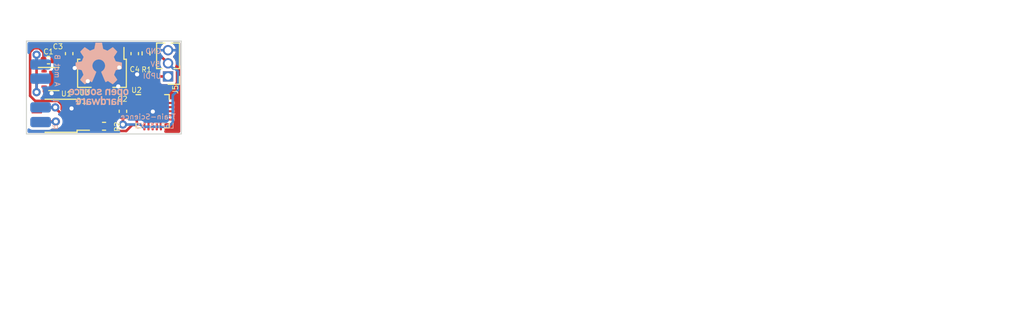
<source format=kicad_pcb>
(kicad_pcb (version 20221018) (generator pcbnew)
  (layers (0 "F.Cu" signal) (31 "B.Cu" signal) (34 "B.Paste" user) (35 "F.Paste" user) (36 "B.SilkS" user "B.Silkscreen") (37 "F.SilkS" user "F.Silkscreen") (38 "B.Mask" user) (39 "F.Mask" user) (44 "Edge.Cuts" user))
  (net 0 "")
  (net 1 "GND")
  (net 2 "/Hbridge/VCC")
  (net 3 "/attiny/5V")
  (net 4 "/regulator/DCC_A")
  (net 5 "/regulator/DCC_B")
  (net 6 "/attiny/DCC_IN")
  (net 7 "/Hbridge/MOT_B")
  (net 8 "/Hbridge/MOT_A")
  (net 9 "/Hbridge/PWM_A")
  (net 10 "/Hbridge/PWM_B")
  (net 27 "/attiny/UPDI")
  (footprint "Connector_PinHeader_1.27mm:PinHeader_1x03_P1.27mm_Vertical" (layer "F.Cu") (at 82.6516 80.772 180)
    (fp_text reference "J5" (at -0.7112 -1.27 90 unlocked) (layer "F.SilkS") (effects (font (size 0.5 0.5) (thickness 0.075))))
    (fp_text value "Conn_01x03_Pin")
    (pad "1" thru_hole rect (at 0 0 180) (size 1 1) (drill 0.65) (layers "*.Cu" "*.Mask") (net 27 "/attiny/UPDI"))
    (pad "2" thru_hole oval (at 0 1.27 180) (size 1 1) (drill 0.65) (layers "*.Cu" "*.Mask") (net 3 "/attiny/5V"))
    (pad "3" thru_hole oval (at 0 2.54 180) (size 1 1) (drill 0.65) (layers "*.Cu" "*.Mask") (net 1 "GND"))
  )
  (footprint "Diode_SMD:Diode_Bridge_Diotec_MicroDil_3.0x3.0x1.8mm" (layer "F.Cu") (at 72.2376 84.582 180)
    (fp_text reference "D1" (at -2.032 1.4224 unlocked) (layer "F.SilkS") (effects (font (size 0.5 0.5) (thickness 0.075))))
    (fp_text value "D_Bridge_+-AA")
    (pad "1" smd rect (at -2.3 -0.635 180) (size 1 0.8) (layers "F.Cu" "F.Paste" "F.Mask") (net 2 "/Hbridge/VCC"))
    (pad "2" smd rect (at -2.3 0.635 180) (size 1 0.8) (layers "F.Cu" "F.Paste" "F.Mask") (net 1 "GND"))
    (pad "3" smd rect (at 2.3 0.635 180) (size 1 0.8) (layers "F.Cu" "F.Paste" "F.Mask") (net 4 "/regulator/DCC_A"))
    (pad "4" smd rect (at 2.3 -0.635 180) (size 1 0.8) (layers "F.Cu" "F.Paste" "F.Mask") (net 5 "/regulator/DCC_B"))
  )
  (footprint "Capacitor_SMD:C_0402_1005Metric" (layer "F.Cu") (at 78.2828 84.1476 -90)
    (fp_text reference "C2" (at -1.1912 0.0508 unlocked) (layer "F.SilkS") (effects (font (size 0.5 0.5) (thickness 0.075))))
    (fp_text value "100nF")
    (pad "1" smd roundrect (at -0.48 0 270) (size 0.56 0.62) (layers "F.Cu" "F.Paste" "F.Mask") (net 1 "GND"))
    (pad "2" smd roundrect (at 0.48 0 270) (size 0.56 0.62) (layers "F.Cu" "F.Paste" "F.Mask") (net 3 "/attiny/5V"))
  )
  (footprint "Capacitor_SMD:C_0402_1005Metric" (layer "F.Cu") (at 71.0692 79.1892 180)
    (fp_text reference "C1" (at 0 0.8208 unlocked) (layer "F.SilkS") (effects (font (size 0.5 0.5) (thickness 0.075))))
    (fp_text value "100nF")
    (pad "1" smd roundrect (at -0.48 0 180) (size 0.56 0.62) (layers "F.Cu" "F.Paste" "F.Mask") (net 1 "GND"))
    (pad "2" smd roundrect (at 0.48 0 180) (size 0.56 0.62) (layers "F.Cu" "F.Paste" "F.Mask") (net 2 "/Hbridge/VCC"))
  )
  (footprint "Package_DFN_QFN:VQFN-20-1EP_3x3mm_P0.4mm_EP1.7x1.7mm" (layer "F.Cu") (at 81.1598 84.1434)
    (fp_text reference "U2" (at -1.5562 -2.0506 unlocked) (layer "F.SilkS") (effects (font (size 0.5 0.5) (thickness 0.075))))
    (fp_text value "ATtiny416-M")
    (pad "1" smd custom (at -1.45 -0.8) (size 0.143431 0.143431) (layers "F.Cu" "F.Paste" "F.Mask") (net 9 "/Hbridge/PWM_A") (options (clearance outline) (anchor circle)) (primitives (gr_poly (pts (xy 0.35 0.000711) (xy 0.35 0.05) (xy -0.35 0.05) (xy -0.35 -0.05) (xy 0.299289 -0.05)) (width 0.1) (fill yes))))
    (pad "2" smd roundrect (at -1.45 -0.4) (size 0.8 0.2) (layers "F.Cu" "F.Paste" "F.Mask") (net 10 "/Hbridge/PWM_B"))
    (pad "3" smd roundrect (at -1.45 0) (size 0.8 0.2) (layers "F.Cu" "F.Paste" "F.Mask") (net 1 "GND"))
    (pad "4" smd roundrect (at -1.45 0.4) (size 0.8 0.2) (layers "F.Cu" "F.Paste" "F.Mask") (net 3 "/attiny/5V"))
    (pad "5" smd custom (at -1.45 0.8) (size 0.143431 0.143431) (layers "F.Cu" "F.Paste" "F.Mask") (net 6 "/attiny/DCC_IN") (options (clearance outline) (anchor circle)) (primitives (gr_poly (pts (xy 0.35 -0.000711) (xy 0.299289 0.05) (xy -0.35 0.05) (xy -0.35 -0.05) (xy 0.35 -0.05)) (width 0.1) (fill yes))))
    (pad "6" smd custom (at -0.8 1.45) (size 0.143431 0.143431) (layers "F.Cu" "F.Paste" "F.Mask") (options (clearance outline) (anchor circle)) (primitives (gr_poly (pts (xy 0.05 0.35) (xy -0.05 0.35) (xy -0.05 -0.299289) (xy 0.000711 -0.35) (xy 0.05 -0.35)) (width 0.1) (fill yes))))
    (pad "7" smd roundrect (at -0.4 1.45) (size 0.2 0.8) (layers "F.Cu" "F.Paste" "F.Mask"))
    (pad "8" smd roundrect (at 0 1.45) (size 0.2 0.8) (layers "F.Cu" "F.Paste" "F.Mask"))
    (pad "9" smd roundrect (at 0.4 1.45) (size 0.2 0.8) (layers "F.Cu" "F.Paste" "F.Mask"))
    (pad "10" smd custom (at 0.8 1.45) (size 0.143431 0.143431) (layers "F.Cu" "F.Paste" "F.Mask") (options (clearance outline) (anchor circle)) (primitives (gr_poly (pts (xy 0.05 -0.299289) (xy 0.05 0.35) (xy -0.05 0.35) (xy -0.05 -0.35) (xy -0.000711 -0.35)) (width 0.1) (fill yes))))
    (pad "11" smd custom (at 1.45 0.8) (size 0.143431 0.143431) (layers "F.Cu" "F.Paste" "F.Mask") (options (clearance outline) (anchor circle)) (primitives (gr_poly (pts (xy 0.35 0.05) (xy -0.299289 0.05) (xy -0.35 -0.000711) (xy -0.35 -0.05) (xy 0.35 -0.05)) (width 0.1) (fill yes))))
    (pad "12" smd roundrect (at 1.45 0.4) (size 0.8 0.2) (layers "F.Cu" "F.Paste" "F.Mask"))
    (pad "13" smd roundrect (at 1.45 0) (size 0.8 0.2) (layers "F.Cu" "F.Paste" "F.Mask"))
    (pad "14" smd roundrect (at 1.45 -0.4) (size 0.8 0.2) (layers "F.Cu" "F.Paste" "F.Mask"))
    (pad "15" smd custom (at 1.45 -0.8) (size 0.143431 0.143431) (layers "F.Cu" "F.Paste" "F.Mask") (options (clearance outline) (anchor circle)) (primitives (gr_poly (pts (xy 0.35 0.05) (xy -0.35 0.05) (xy -0.35 0.000711) (xy -0.299289 -0.05) (xy 0.35 -0.05)) (width 0.1) (fill yes))))
    (pad "16" smd custom (at 0.8 -1.45) (size 0.143431 0.143431) (layers "F.Cu" "F.Paste" "F.Mask") (options (clearance outline) (anchor circle)) (primitives (gr_poly (pts (xy 0.05 0.299289) (xy -0.000711 0.35) (xy -0.05 0.35) (xy -0.05 -0.35) (xy 0.05 -0.35)) (width 0.1) (fill yes))))
    (pad "17" smd roundrect (at 0.4 -1.45) (size 0.2 0.8) (layers "F.Cu" "F.Paste" "F.Mask"))
    (pad "18" smd roundrect (at 0 -1.45) (size 0.2 0.8) (layers "F.Cu" "F.Paste" "F.Mask"))
    (pad "19" smd roundrect (at -0.4 -1.45) (size 0.2 0.8) (layers "F.Cu" "F.Paste" "F.Mask") (net 27 "/attiny/UPDI"))
    (pad "20" smd custom (at -0.8 -1.45) (size 0.143431 0.143431) (layers "F.Cu" "F.Paste" "F.Mask") (options (clearance outline) (anchor circle)) (primitives (gr_poly (pts (xy 0.05 0.35) (xy 0.000711 0.35) (xy -0.05 0.299289) (xy -0.05 -0.35) (xy 0.05 -0.35)) (width 0.1) (fill yes))))
    (pad "21" smd rect (at 0 0) (size 1.7 1.7) (layers "F.Cu" "F.Mask") (net 1 "GND"))
  )
  (footprint "Capacitor_SMD:C_0402_1005Metric" (layer "F.Cu") (at 79.4258 78.5622 -90)
    (fp_text reference "C4" (at 1.524 0 unlocked) (layer "F.SilkS") (effects (font (size 0.5 0.5) (thickness 0.075))))
    (fp_text value "100nF")
    (pad "1" smd roundrect (at -0.48 0 270) (size 0.56 0.62) (layers "F.Cu" "F.Paste" "F.Mask") (net 3 "/attiny/5V"))
    (pad "2" smd roundrect (at 0.48 0 270) (size 0.56 0.62) (layers "F.Cu" "F.Paste" "F.Mask") (net 1 "GND"))
  )
  (footprint "Resistor_SMD:R_0402_1005Metric" (layer "F.Cu") (at 76.454 85.598 180)
    (fp_text reference "R2" (at -1.272 -0.0508 90 unlocked) (layer "F.SilkS") (effects (font (size 0.5 0.5) (thickness 0.075))))
    (fp_text value "33k")
    (pad "1" smd roundrect (at -0.51 0 180) (size 0.54 0.64) (layers "F.Cu" "F.Paste" "F.Mask") (net 6 "/attiny/DCC_IN"))
    (pad "2" smd roundrect (at 0.51 0 180) (size 0.54 0.64) (layers "F.Cu" "F.Paste" "F.Mask") (net 4 "/regulator/DCC_A"))
  )
  (footprint "Capacitor_SMD:C_0402_1005Metric" (layer "F.Cu") (at 73.0758 78.5622 -90)
    (fp_text reference "C3" (at -0.6858 1.0922 unlocked) (layer "F.SilkS") (effects (font (size 0.5 0.5) (thickness 0.075))))
    (fp_text value "330nF")
    (pad "1" smd roundrect (at -0.48 0 270) (size 0.56 0.62) (layers "F.Cu" "F.Paste" "F.Mask") (net 2 "/Hbridge/VCC"))
    (pad "2" smd roundrect (at 0.48 0 270) (size 0.56 0.62) (layers "F.Cu" "F.Paste" "F.Mask") (net 1 "GND"))
  )
  (footprint "Resistor_SMD:R_0402_1005Metric" (layer "F.Cu") (at 80.518 78.5368 -90)
    (fp_text reference "R1" (at 1.5748 -0.0508 unlocked) (layer "F.SilkS") (effects (font (size 0.5 0.5) (thickness 0.075))))
    (fp_text value "R")
    (pad "1" smd roundrect (at -0.51 0 270) (size 0.54 0.64) (layers "F.Cu" "F.Paste" "F.Mask") (net 3 "/attiny/5V"))
    (pad "2" smd roundrect (at 0.51 0 270) (size 0.54 0.64) (layers "F.Cu" "F.Paste" "F.Mask") (net 27 "/attiny/UPDI"))
  )
  (footprint "Package_SON:WSON-8-1EP_2x2mm_P0.5mm_EP0.9x1.6mm" (layer "F.Cu") (at 71.5924 81.022)
    (fp_text reference "U1" (at 1.204 1.4264 unlocked) (layer "F.SilkS") (effects (font (size 0.5 0.5) (thickness 0.075))))
    (fp_text value "~")
    (pad "1" smd rect (at -0.95 -0.75) (size 0.5 0.25) (layers "F.Cu" "F.Paste" "F.Mask") (net 2 "/Hbridge/VCC"))
    (pad "2" smd rect (at -0.95 -0.25) (size 0.5 0.25) (layers "F.Cu" "F.Paste" "F.Mask") (net 8 "/Hbridge/MOT_A"))
    (pad "3" smd rect (at -0.95 0.25) (size 0.5 0.25) (layers "F.Cu" "F.Paste" "F.Mask") (net 7 "/Hbridge/MOT_B"))
    (pad "4" smd rect (at -0.95 0.75) (size 0.5 0.25) (layers "F.Cu" "F.Paste" "F.Mask") (net 1 "GND"))
    (pad "5" smd rect (at 0.95 0.75) (size 0.5 0.25) (layers "F.Cu" "F.Paste" "F.Mask") (net 10 "/Hbridge/PWM_B"))
    (pad "6" smd rect (at 0.95 0.25) (size 0.5 0.25) (layers "F.Cu" "F.Paste" "F.Mask") (net 9 "/Hbridge/PWM_A"))
    (pad "7" smd rect (at 0.95 -0.25) (size 0.5 0.25) (layers "F.Cu" "F.Paste" "F.Mask"))
    (pad "8" smd rect (at 0.95 -0.75) (size 0.5 0.25) (layers "F.Cu" "F.Paste" "F.Mask"))
    (pad "9" smd rect (at 0 0) (size 0.9 1.6) (layers "F.Cu" "F.Mask"))
  )
  (footprint "Package_TO_SOT_SMD:SOT-89-3" (layer "F.Cu") (at 76.2508 80.4672 -90)
    (fp_text reference "U3" (at 1.8796 1.6764 unlocked) (layer "F.SilkS") (effects (font (size 0.5 0.5) (thickness 0.075))))
    (fp_text value "L78L05_SOT89")
    (pad "1" smd rect (at -1.95 -1.5 270) (size 1.3 0.9) (layers "F.Cu" "F.Paste" "F.Mask") (net 3 "/attiny/5V"))
    (pad "2" smd custom (at -1.8625 0 270) (size 1.475 0.9) (layers "F.Cu" "F.Paste" "F.Mask") (net 1 "GND") (options (clearance outline) (anchor rect)) (primitives (gr_poly (pts (xy 3.8625 0.8665) (xy 0.7375 0.8665) (xy 0.7375 -0.8665) (xy 3.8625 -0.8665)) (width 0) (fill yes))))
    (pad "3" smd rect (at -1.95 1.5 270) (size 1.3 0.9) (layers "F.Cu" "F.Paste" "F.Mask") (net 2 "/Hbridge/VCC"))
  )
  (footprint "Connector_Wire:SolderWirePad_1x01_SMD_1x2mm" (layer "B.Cu") (at 70.3072 80.9832 -90)
    (fp_text reference "J3" hide)
    (fp_text value "Conn_01x01_Pin")
    (pad "1" smd roundrect (at 0 0 270) (size 1 2) (layers "B.Cu" "B.Paste" "B.Mask") (net 7 "/Hbridge/MOT_B"))
  )
  (footprint "Connector_Wire:SolderWirePad_1x01_SMD_1x2mm" (layer "B.Cu") (at 70.3072 83.7692 90)
    (fp_text reference "J1" hide)
    (fp_text value "Conn_01x01_Pin")
    (pad "1" smd roundrect (at 0 0 90) (size 1 2) (layers "B.Cu" "B.Paste" "B.Mask") (net 4 "/regulator/DCC_A"))
  )
  (footprint "Symbol:OSHW-Logo_5.7x6mm_SilkScreen" (layer "B.Cu") (at 75.946 80.518 180)
    (fp_text reference "REF**" hide)
    (fp_text value "OSHW-Logo_5.7x6mm_SilkScreen" hide)
  )
  (footprint "Connector_Wire:SolderWirePad_1x01_SMD_1x2mm" (layer "B.Cu") (at 70.3072 79.6116 -90)
    (fp_text reference "J4" hide)
    (fp_text value "Conn_01x01_Pin")
    (pad "1" smd roundrect (at 0 0 270) (size 1 2) (layers "B.Cu" "B.Paste" "B.Mask") (net 8 "/Hbridge/MOT_A"))
  )
  (footprint "Connector_Wire:SolderWirePad_1x01_SMD_1x2mm" (layer "B.Cu") (at 70.3072 85.1916 90)
    (fp_text reference "J2" hide)
    (fp_text value "Conn_01x01_Pin")
    (pad "1" smd roundrect (at 0 0 90) (size 1 2) (layers "B.Cu" "B.Paste" "B.Mask") (net 5 "/regulator/DCC_B"))
  )
  (gr_line (start 68.9356 77.3416) (end 83.9356 77.3416) (stroke (width 0.1)) (layer "Edge.Cuts"))
  (gr_line (start 68.9356 86.3416) (end 68.9356 78.8416) (stroke (width 0.1)) (layer "Edge.Cuts"))
  (gr_line (start 83.9356 86.3416) (end 68.9356 86.3416) (stroke (width 0.1)) (layer "Edge.Cuts"))
  (gr_line (start 68.9356 78.8416) (end 68.9356 77.3416) (stroke (width 0.1)) (layer "Edge.Cuts"))
  (gr_line (start 83.9356 77.3416) (end 83.9356 86.3416) (stroke (width 0.1)) (layer "Edge.Cuts"))
  (gr_text "5V" (at 81.915 79.883) (layer "B.SilkS") (effects (font (size 0.5 0.5) (thickness 0.075)) (justify left bottom mirror)))
  (gr_text "Train-Science" (at 83.439 84.963) (layer "B.SilkS") (effects (font (size 0.5 0.5) (thickness 0.075)) (justify left bottom mirror)))
  (gr_text "GND" (at 82.042 78.613) (layer "B.SilkS") (effects (font (size 0.5 0.5) (thickness 0.075)) (justify left bottom mirror)))
  (gr_text "A mot B" (at 71.628 81.788 -90) (layer "B.SilkS") (effects (font (size 0.5 0.5) (thickness 0.075)) (justify left bottom mirror)))
  (gr_text "UPDI" (at 82.042 81.026) (layer "B.SilkS") (effects (font (size 0.5 0.5) (thickness 0.075)) (justify left bottom mirror)))
  (gr_text "LoPiTS XS" (at 83.312 85.852) (layer "B.SilkS") (effects (font (size 0.5 0.5) (thickness 0.075)) (justify left bottom mirror)))
  (gr_text "R" (at 71.374 85.979 -90) (layer "B.SilkS") (effects (font (size 0.5 0.5) (thickness 0.075)) (justify left bottom mirror)))
  (gr_text "L" (at 71.501 83.312 270) (layer "B.SilkS") (effects (font (size 0.5 0.5) (thickness 0.075)) (justify left bottom mirror)))
  (segment (start 79.7098 84.1434) (end 81.1784 84.1756) (width 0.25) (layer "F.Cu") (net 1))
  (segment (start 79.2158 84.1434) (end 79.7098 84.1434) (width 0.25) (layer "F.Cu") (net 1))
  (segment (start 70.6424 81.772) (end 70.6424 82.2248) (width 0.25) (layer "F.Cu") (net 1))
  (segment (start 81.1784 84.1756) (end 81.1598 84.1434) (width 0.25) (layer "F.Cu") (net 1))
  (segment (start 70.6424 82.2248) (end 70.7644 82.3468) (width 0.25) (layer "F.Cu") (net 1))
  (segment (start 78.74 83.6676) (end 79.2158 84.1434) (width 0.25) (layer "F.Cu") (net 1))
  (segment (start 78.2828 83.6676) (end 78.74 83.6676) (width 0.25) (layer "F.Cu") (net 1))
  (via (at 81.1784 84.1756) (size 0.8) (drill 0.4) (layers "F.Cu" "B.Cu") (net 1))
  (via (at 73.6092 79.9592) (size 0.8) (drill 0.4) (layers "F.Cu" "B.Cu") (net 1))
  (via (at 79.6544 80.5688) (size 0.8) (drill 0.4) (layers "F.Cu" "B.Cu") (net 1))
  (via (at 77.8256 81.7372) (size 0.8) (drill 0.4) (layers "F.Cu" "B.Cu") (net 1))
  (via (at 73.3044 83.8708) (size 0.8) (drill 0.4) (layers "F.Cu" "B.Cu") (net 1))
  (via (at 71.374 82.3976) (size 0.8) (drill 0.4) (layers "F.Cu" "B.Cu") (net 1))
  (via (at 74.8792 81.2292) (size 0.8) (drill 0.4) (layers "F.Cu" "B.Cu") (net 1))
  (via (at 77.9272 79.9084) (size 0.8) (drill 0.4) (layers "F.Cu" "B.Cu") (net 1))
  (segment (start 70.788212 78.255812) (end 70.5892 78.454823) (width 0.25) (layer "F.Cu") (net 2))
  (segment (start 70.387588 78.253212) (end 70.175132 78.040755) (width 0.25) (layer "F.Cu") (net 2))
  (segment (start 72.3546 83.510316) (end 72.3546 83.950026) (width 0.25) (layer "F.Cu") (net 2))
  (segment (start 70.390188 78.255812) (end 70.788212 78.255812) (width 0.25) (layer "F.Cu") (net 2))
  (segment (start 70.6424 80.272) (end 70.6424 79.2424) (width 0.25) (layer "F.Cu") (net 2))
  (segment (start 72.3546 83.950026) (end 73.621574 85.217) (width 0.25) (layer "F.Cu") (net 2))
  (segment (start 73.0758 78.0822) (end 74.3158 78.0822) (width 0.25) (layer "F.Cu") (net 2))
  (segment (start 71.988484 83.1442) (end 72.3546 83.510316) (width 0.25) (layer "F.Cu") (net 2))
  (segment (start 70.387588 78.253212) (end 70.390188 78.255812) (width 0.25) (layer "F.Cu") (net 2))
  (segment (start 74.3158 78.0822) (end 74.7508 78.5172) (width 0.25) (layer "F.Cu") (net 2))
  (segment (start 73.0758 78.0822) (end 70.961823 78.0822) (width 0.25) (layer "F.Cu") (net 2))
  (segment (start 70.6424 79.2424) (end 70.5892 79.1892) (width 0.25) (layer "F.Cu") (net 2))
  (segment (start 70.961823 78.0822) (end 70.788212 78.255812) (width 0.25) (layer "F.Cu") (net 2))
  (segment (start 70.5892 78.454823) (end 70.387588 78.253212) (width 0.25) (layer "F.Cu") (net 2))
  (segment (start 69.291248 78.406871) (end 69.291248 82.651648) (width 0.25) (layer "F.Cu") (net 2))
  (segment (start 73.621574 85.217) (end 74.5376 85.217) (width 0.25) (layer "F.Cu") (net 2))
  (segment (start 69.291248 82.651648) (end 69.7838 83.1442) (width 0.25) (layer "F.Cu") (net 2))
  (segment (start 69.657364 78.040755) (end 69.291248 78.406871) (width 0.25) (layer "F.Cu") (net 2))
  (segment (start 70.175132 78.040755) (end 69.657364 78.040755) (width 0.25) (layer "F.Cu") (net 2))
  (segment (start 70.5892 79.1892) (end 70.5892 78.454823) (width 0.25) (layer "F.Cu") (net 2))
  (segment (start 69.7838 83.1442) (end 71.988484 83.1442) (width 0.25) (layer "F.Cu") (net 2))
  (segment (start 79.4258 78.0822) (end 80.4626 78.0822) (width 0.25) (layer "F.Cu") (net 3))
  (segment (start 78.278211 84.632189) (end 78.2828 84.6276) (width 0.25) (layer "F.Cu") (net 3))
  (segment (start 77.7508 78.5172) (end 78.9908 78.5172) (width 0.25) (layer "F.Cu") (net 3))
  (segment (start 81.1764 78.0268) (end 82.6516 79.502) (width 0.25) (layer "F.Cu") (net 3))
  (segment (start 78.278211 85.4307) (end 78.3844 85.324511) (width 0.25) (layer "F.Cu") (net 3))
  (segment (start 78.649 84.5434) (end 79.7098 84.5434) (width 0.25) (layer "F.Cu") (net 3))
  (segment (start 78.3844 84.808) (end 78.649 84.5434) (width 0.25) (layer "F.Cu") (net 3))
  (segment (start 80.518 78.0268) (end 81.1764 78.0268) (width 0.25) (layer "F.Cu") (net 3))
  (segment (start 78.9908 78.5172) (end 79.4258 78.0822) (width 0.25) (layer "F.Cu") (net 3))
  (segment (start 78.278211 85.4307) (end 78.278211 84.632189) (width 0.25) (layer "F.Cu") (net 3))
  (segment (start 80.4626 78.0822) (end 80.518 78.0268) (width 0.25) (layer "F.Cu") (net 3))
  (via (at 78.278211 85.4307) (size 0.8) (drill 0.4) (layers "F.Cu" "B.Cu") (net 3))
  (segment (start 83.6168 82.0928) (end 83.1088 82.6008) (width 0.25) (layer "B.Cu") (net 3))
  (segment (start 83.3396 80.01) (end 83.6168 80.2872) (width 0.25) (layer "B.Cu") (net 3))
  (segment (start 82.6516 79.502) (end 83.1596 80.01) (width 0.25) (layer "B.Cu") (net 3))
  (segment (start 82.7024 85.6488) (end 80.3148 85.6488) (width 0.25) (layer "B.Cu") (net 3))
  (segment (start 80.264 85.6996) (end 79.9951 85.4307) (width 0.25) (layer "B.Cu") (net 3))
  (segment (start 80.3148 85.6488) (end 80.264 85.6996) (width 0.25) (layer "B.Cu") (net 3))
  (segment (start 79.9951 85.4307) (end 78.278211 85.4307) (width 0.25) (layer "B.Cu") (net 3))
  (segment (start 83.1088 85.2424) (end 82.7024 85.6488) (width 0.25) (layer "B.Cu") (net 3))
  (segment (start 83.6168 80.2872) (end 83.6168 82.0928) (width 0.25) (layer "B.Cu") (net 3))
  (segment (start 83.1596 80.01) (end 83.3396 80.01) (width 0.25) (layer "B.Cu") (net 3))
  (segment (start 83.1088 82.6008) (end 83.1088 85.2424) (width 0.25) (layer "B.Cu") (net 3))
  (segment (start 73.8632 85.9536) (end 71.7296 83.82) (width 0.25) (layer "F.Cu") (net 4))
  (segment (start 70.1154 83.7692) (end 69.9376 83.947) (width 0.25) (layer "F.Cu") (net 4))
  (segment (start 75.438 85.598) (end 75.0824 85.9536) (width 0.25) (layer "F.Cu") (net 4))
  (segment (start 71.7296 83.82) (end 71.7296 83.7692) (width 0.25) (layer "F.Cu") (net 4))
  (segment (start 71.7296 83.7692) (end 70.1154 83.7692) (width 0.25) (layer "F.Cu") (net 4))
  (segment (start 75.944 85.598) (end 75.438 85.598) (width 0.25) (layer "F.Cu") (net 4))
  (segment (start 75.0824 85.9536) (end 73.8632 85.9536) (width 0.25) (layer "F.Cu") (net 4))
  (via (at 71.7296 83.7692) (size 0.8) (drill 0.4) (layers "F.Cu" "B.Cu") (net 4))
  (segment (start 70.3072 83.7692) (end 71.7296 83.7692) (width 0.25) (layer "B.Cu") (net 4))
  (segment (start 70.0138 85.1408) (end 69.9376 85.217) (width 0.25) (layer "F.Cu") (net 5))
  (segment (start 71.7804 85.1408) (end 70.0138 85.1408) (width 0.25) (layer "F.Cu") (net 5))
  (via (at 71.7804 85.1408) (size 0.8) (drill 0.4) (layers "F.Cu" "B.Cu") (net 5))
  (segment (start 71.7296 85.1916) (end 71.7804 85.1408) (width 0.25) (layer "B.Cu") (net 5))
  (segment (start 70.3072 85.1916) (end 71.7296 85.1916) (width 0.25) (layer "B.Cu") (net 5))
  (segment (start 76.964 85.6) (end 77.4192 86.0552) (width 0.25) (layer "F.Cu") (net 6))
  (segment (start 79.502 85.471) (end 79.629 85.344) (width 0.25) (layer "F.Cu") (net 6))
  (segment (start 79.629 85.344) (end 79.629 85.0242) (width 0.25) (layer "F.Cu") (net 6))
  (segment (start 79.1822 85.471) (end 79.502 85.471) (width 0.25) (layer "F.Cu") (net 6))
  (segment (start 79.629 85.0242) (end 79.7098 84.9434) (width 0.25) (layer "F.Cu") (net 6))
  (segment (start 78.598 86.0552) (end 79.1822 85.471) (width 0.25) (layer "F.Cu") (net 6))
  (segment (start 77.4192 86.0552) (end 78.598 86.0552) (width 0.25) (layer "F.Cu") (net 6))
  (segment (start 76.964 85.598) (end 76.964 85.6) (width 0.25) (layer "F.Cu") (net 6))
  (segment (start 70.1424 81.272) (end 69.915748 81.498652) (width 0.25) (layer "F.Cu") (net 7))
  (segment (start 70.6424 81.272) (end 70.1424 81.272) (width 0.25) (layer "F.Cu") (net 7))
  (segment (start 69.915748 81.498652) (end 69.915748 82.296) (width 0.25) (layer "F.Cu") (net 7))
  (via (at 69.915748 82.296) (size 0.8) (drill 0.4) (layers "F.Cu" "B.Cu") (net 7))
  (segment (start 69.915748 81.374652) (end 70.3072 80.9832) (width 0.25) (layer "B.Cu") (net 7))
  (segment (start 69.915748 82.296) (end 69.915748 81.374652) (width 0.25) (layer "B.Cu") (net 7))
  (segment (start 70.6424 80.772) (end 70.1424 80.772) (width 0.25) (layer "F.Cu") (net 8))
  (segment (start 69.916248 80.545848) (end 69.916248 78.665755) (width 0.25) (layer "F.Cu") (net 8))
  (segment (start 70.1424 80.772) (end 69.916248 80.545848) (width 0.25) (layer "F.Cu") (net 8))
  (via (at 69.916248 78.665755) (size 0.8) (drill 0.4) (layers "F.Cu" "B.Cu") (net 8))
  (segment (start 69.916248 79.220648) (end 70.3072 79.6116) (width 0.25) (layer "B.Cu") (net 8))
  (segment (start 69.916248 78.665755) (end 69.916248 79.220648) (width 0.25) (layer "B.Cu") (net 8))
  (segment (start 74.3712 82.2452) (end 74.3712 81.902626) (width 0.25) (layer "F.Cu") (net 9))
  (segment (start 79.7098 83.3434) (end 79.7098 83.0118) (width 0.25) (layer "F.Cu") (net 9))
  (segment (start 74.8182 82.6922) (end 74.3712 82.2452) (width 0.25) (layer "F.Cu") (net 9))
  (segment (start 74.3712 81.902626) (end 73.740574 81.272) (width 0.25) (layer "F.Cu") (net 9))
  (segment (start 79.3902 82.6922) (end 74.8182 82.6922) (width 0.25) (layer "F.Cu") (net 9))
  (segment (start 73.740574 81.272) (end 72.5424 81.272) (width 0.25) (layer "F.Cu") (net 9))
  (segment (start 79.7098 83.0118) (end 79.3902 82.6922) (width 0.25) (layer "F.Cu") (net 9))
  (segment (start 72.5424 81.772) (end 73.7456 81.772) (width 0.25) (layer "F.Cu") (net 10))
  (segment (start 73.7456 81.772) (end 74.0156 82.042) (width 0.25) (layer "F.Cu") (net 10))
  (segment (start 74.673226 83.0422) (end 78.775 83.0422) (width 0.25) (layer "F.Cu") (net 10))
  (segment (start 74.0156 82.042) (end 74.0156 82.384574) (width 0.25) (layer "F.Cu") (net 10))
  (segment (start 79.349176 83.7434) (end 79.7098 83.7434) (width 0.25) (layer "F.Cu") (net 10))
  (segment (start 78.994 83.2612) (end 78.994 83.388224) (width 0.25) (layer "F.Cu") (net 10))
  (segment (start 78.994 83.388224) (end 79.349176 83.7434) (width 0.25) (layer "F.Cu") (net 10))
  (segment (start 78.775 83.0422) (end 78.994 83.2612) (width 0.25) (layer "F.Cu") (net 10))
  (segment (start 74.0156 82.384574) (end 74.673226 83.0422) (width 0.25) (layer "F.Cu") (net 10))
  (segment (start 80.9122 80.772) (end 80.7598 80.6196) (width 0.25) (layer "F.Cu") (net 27))
  (segment (start 80.518 79.0468) (end 80.7598 79.2886) (width 0.25) (layer "F.Cu") (net 27))
  (segment (start 80.7598 80.6196) (end 80.7598 80.9244) (width 0.25) (layer "F.Cu") (net 27))
  (segment (start 80.7598 79.2886) (end 80.7598 80.6196) (width 0.25) (layer "F.Cu") (net 27))
  (segment (start 80.7598 80.9244) (end 80.7598 82.6934) (width 0.25) (layer "F.Cu") (net 27))
  (segment (start 82.6516 80.772) (end 80.9122 80.772) (width 0.25) (layer "F.Cu") (net 27))
  (segment (start 80.9122 80.772) (end 80.7598 80.9244) (width 0.25) (layer "F.Cu") (net 27))
  (zone (net 1) (net_name "GND") (layers "F&B.Cu") (connect_pads (clearance 0.25)) (min_thickness 0.25) (fill yes (thermal_gap 0.25) (thermal_bridge_width 0.25))
    (polygon (pts (xy 87.63 76.835) (xy 87.63 86.614) (xy 68.58 86.614) (xy 68.58 76.835)))
  )
)
</source>
